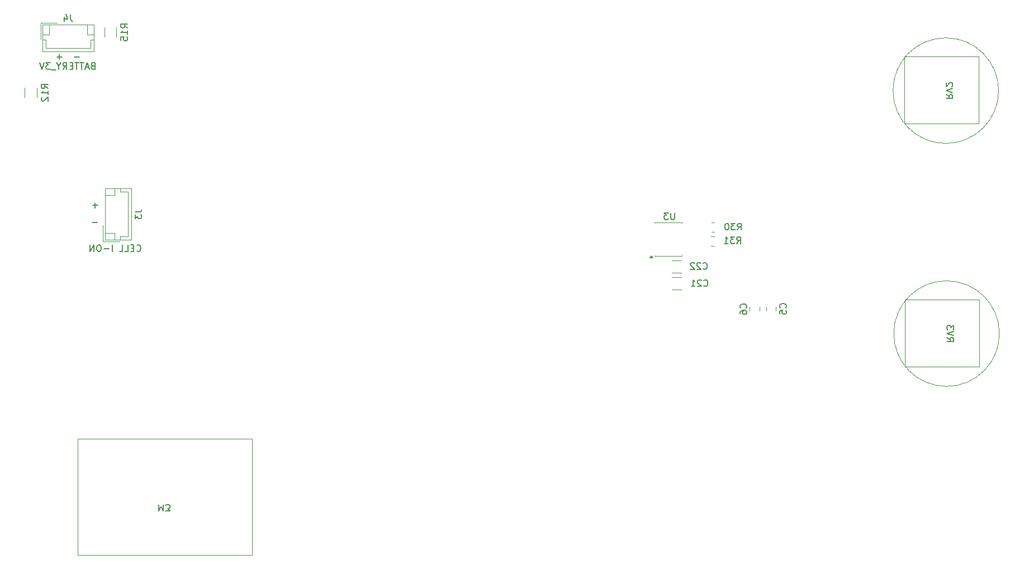
<source format=gbr>
%TF.GenerationSoftware,KiCad,Pcbnew,9.0.5*%
%TF.CreationDate,2025-10-21T17:57:33+02:00*%
%TF.ProjectId,TUNER_KT0936MB9,54554e45-525f-44b5-9430-3933364d4239,rev?*%
%TF.SameCoordinates,Original*%
%TF.FileFunction,Legend,Bot*%
%TF.FilePolarity,Positive*%
%FSLAX46Y46*%
G04 Gerber Fmt 4.6, Leading zero omitted, Abs format (unit mm)*
G04 Created by KiCad (PCBNEW 9.0.5) date 2025-10-21 17:57:33*
%MOMM*%
%LPD*%
G01*
G04 APERTURE LIST*
%ADD10C,0.200000*%
%ADD11C,0.150000*%
%ADD12C,0.120000*%
G04 APERTURE END LIST*
D10*
X68630326Y-68386266D02*
X67868422Y-68386266D01*
X68249374Y-68767219D02*
X68249374Y-68005314D01*
X74030326Y-90886266D02*
X73268422Y-90886266D01*
X73649374Y-91267219D02*
X73649374Y-90505314D01*
X71230326Y-68386266D02*
X70468422Y-68386266D01*
X73980326Y-93486266D02*
X73218422Y-93486266D01*
D11*
X202665180Y-110895238D02*
X203141371Y-111228571D01*
X202665180Y-111466666D02*
X203665180Y-111466666D01*
X203665180Y-111466666D02*
X203665180Y-111085714D01*
X203665180Y-111085714D02*
X203617561Y-110990476D01*
X203617561Y-110990476D02*
X203569942Y-110942857D01*
X203569942Y-110942857D02*
X203474704Y-110895238D01*
X203474704Y-110895238D02*
X203331847Y-110895238D01*
X203331847Y-110895238D02*
X203236609Y-110942857D01*
X203236609Y-110942857D02*
X203188990Y-110990476D01*
X203188990Y-110990476D02*
X203141371Y-111085714D01*
X203141371Y-111085714D02*
X203141371Y-111466666D01*
X203665180Y-110609523D02*
X202665180Y-110276190D01*
X202665180Y-110276190D02*
X203665180Y-109942857D01*
X203665180Y-109704761D02*
X203665180Y-109085714D01*
X203665180Y-109085714D02*
X203284228Y-109419047D01*
X203284228Y-109419047D02*
X203284228Y-109276190D01*
X203284228Y-109276190D02*
X203236609Y-109180952D01*
X203236609Y-109180952D02*
X203188990Y-109133333D01*
X203188990Y-109133333D02*
X203093752Y-109085714D01*
X203093752Y-109085714D02*
X202855657Y-109085714D01*
X202855657Y-109085714D02*
X202760419Y-109133333D01*
X202760419Y-109133333D02*
X202712800Y-109180952D01*
X202712800Y-109180952D02*
X202665180Y-109276190D01*
X202665180Y-109276190D02*
X202665180Y-109561904D01*
X202665180Y-109561904D02*
X202712800Y-109657142D01*
X202712800Y-109657142D02*
X202760419Y-109704761D01*
X66504819Y-73157142D02*
X66028628Y-72823809D01*
X66504819Y-72585714D02*
X65504819Y-72585714D01*
X65504819Y-72585714D02*
X65504819Y-72966666D01*
X65504819Y-72966666D02*
X65552438Y-73061904D01*
X65552438Y-73061904D02*
X65600057Y-73109523D01*
X65600057Y-73109523D02*
X65695295Y-73157142D01*
X65695295Y-73157142D02*
X65838152Y-73157142D01*
X65838152Y-73157142D02*
X65933390Y-73109523D01*
X65933390Y-73109523D02*
X65981009Y-73061904D01*
X65981009Y-73061904D02*
X66028628Y-72966666D01*
X66028628Y-72966666D02*
X66028628Y-72585714D01*
X66504819Y-74109523D02*
X66504819Y-73538095D01*
X66504819Y-73823809D02*
X65504819Y-73823809D01*
X65504819Y-73823809D02*
X65647676Y-73728571D01*
X65647676Y-73728571D02*
X65742914Y-73633333D01*
X65742914Y-73633333D02*
X65790533Y-73538095D01*
X65600057Y-74490476D02*
X65552438Y-74538095D01*
X65552438Y-74538095D02*
X65504819Y-74633333D01*
X65504819Y-74633333D02*
X65504819Y-74871428D01*
X65504819Y-74871428D02*
X65552438Y-74966666D01*
X65552438Y-74966666D02*
X65600057Y-75014285D01*
X65600057Y-75014285D02*
X65695295Y-75061904D01*
X65695295Y-75061904D02*
X65790533Y-75061904D01*
X65790533Y-75061904D02*
X65933390Y-75014285D01*
X65933390Y-75014285D02*
X66504819Y-74442857D01*
X66504819Y-74442857D02*
X66504819Y-75061904D01*
X69898790Y-61949257D02*
X69898790Y-62663542D01*
X69898790Y-62663542D02*
X69946409Y-62806399D01*
X69946409Y-62806399D02*
X70041647Y-62901638D01*
X70041647Y-62901638D02*
X70184504Y-62949257D01*
X70184504Y-62949257D02*
X70279742Y-62949257D01*
X68994028Y-62282590D02*
X68994028Y-62949257D01*
X69232123Y-61901638D02*
X69470218Y-62615923D01*
X69470218Y-62615923D02*
X68851171Y-62615923D01*
D10*
X73301171Y-69722847D02*
X73158314Y-69770466D01*
X73158314Y-69770466D02*
X73110695Y-69818085D01*
X73110695Y-69818085D02*
X73063076Y-69913323D01*
X73063076Y-69913323D02*
X73063076Y-70056180D01*
X73063076Y-70056180D02*
X73110695Y-70151418D01*
X73110695Y-70151418D02*
X73158314Y-70199038D01*
X73158314Y-70199038D02*
X73253552Y-70246657D01*
X73253552Y-70246657D02*
X73634504Y-70246657D01*
X73634504Y-70246657D02*
X73634504Y-69246657D01*
X73634504Y-69246657D02*
X73301171Y-69246657D01*
X73301171Y-69246657D02*
X73205933Y-69294276D01*
X73205933Y-69294276D02*
X73158314Y-69341895D01*
X73158314Y-69341895D02*
X73110695Y-69437133D01*
X73110695Y-69437133D02*
X73110695Y-69532371D01*
X73110695Y-69532371D02*
X73158314Y-69627609D01*
X73158314Y-69627609D02*
X73205933Y-69675228D01*
X73205933Y-69675228D02*
X73301171Y-69722847D01*
X73301171Y-69722847D02*
X73634504Y-69722847D01*
X72682123Y-69960942D02*
X72205933Y-69960942D01*
X72777361Y-70246657D02*
X72444028Y-69246657D01*
X72444028Y-69246657D02*
X72110695Y-70246657D01*
X71920218Y-69246657D02*
X71348790Y-69246657D01*
X71634504Y-70246657D02*
X71634504Y-69246657D01*
X71158313Y-69246657D02*
X70586885Y-69246657D01*
X70872599Y-70246657D02*
X70872599Y-69246657D01*
X70253551Y-69722847D02*
X69920218Y-69722847D01*
X69777361Y-70246657D02*
X70253551Y-70246657D01*
X70253551Y-70246657D02*
X70253551Y-69246657D01*
X70253551Y-69246657D02*
X69777361Y-69246657D01*
X68777361Y-70246657D02*
X69110694Y-69770466D01*
X69348789Y-70246657D02*
X69348789Y-69246657D01*
X69348789Y-69246657D02*
X68967837Y-69246657D01*
X68967837Y-69246657D02*
X68872599Y-69294276D01*
X68872599Y-69294276D02*
X68824980Y-69341895D01*
X68824980Y-69341895D02*
X68777361Y-69437133D01*
X68777361Y-69437133D02*
X68777361Y-69579990D01*
X68777361Y-69579990D02*
X68824980Y-69675228D01*
X68824980Y-69675228D02*
X68872599Y-69722847D01*
X68872599Y-69722847D02*
X68967837Y-69770466D01*
X68967837Y-69770466D02*
X69348789Y-69770466D01*
X68158313Y-69770466D02*
X68158313Y-70246657D01*
X68491646Y-69246657D02*
X68158313Y-69770466D01*
X68158313Y-69770466D02*
X67824980Y-69246657D01*
X67729742Y-70341895D02*
X66967837Y-70341895D01*
X66824979Y-69246657D02*
X66205932Y-69246657D01*
X66205932Y-69246657D02*
X66539265Y-69627609D01*
X66539265Y-69627609D02*
X66396408Y-69627609D01*
X66396408Y-69627609D02*
X66301170Y-69675228D01*
X66301170Y-69675228D02*
X66253551Y-69722847D01*
X66253551Y-69722847D02*
X66205932Y-69818085D01*
X66205932Y-69818085D02*
X66205932Y-70056180D01*
X66205932Y-70056180D02*
X66253551Y-70151418D01*
X66253551Y-70151418D02*
X66301170Y-70199038D01*
X66301170Y-70199038D02*
X66396408Y-70246657D01*
X66396408Y-70246657D02*
X66682122Y-70246657D01*
X66682122Y-70246657D02*
X66777360Y-70199038D01*
X66777360Y-70199038D02*
X66824979Y-70151418D01*
X65920217Y-69246657D02*
X65586884Y-70246657D01*
X65586884Y-70246657D02*
X65253551Y-69246657D01*
D11*
X78554819Y-64007142D02*
X78078628Y-63673809D01*
X78554819Y-63435714D02*
X77554819Y-63435714D01*
X77554819Y-63435714D02*
X77554819Y-63816666D01*
X77554819Y-63816666D02*
X77602438Y-63911904D01*
X77602438Y-63911904D02*
X77650057Y-63959523D01*
X77650057Y-63959523D02*
X77745295Y-64007142D01*
X77745295Y-64007142D02*
X77888152Y-64007142D01*
X77888152Y-64007142D02*
X77983390Y-63959523D01*
X77983390Y-63959523D02*
X78031009Y-63911904D01*
X78031009Y-63911904D02*
X78078628Y-63816666D01*
X78078628Y-63816666D02*
X78078628Y-63435714D01*
X78554819Y-64959523D02*
X78554819Y-64388095D01*
X78554819Y-64673809D02*
X77554819Y-64673809D01*
X77554819Y-64673809D02*
X77697676Y-64578571D01*
X77697676Y-64578571D02*
X77792914Y-64483333D01*
X77792914Y-64483333D02*
X77840533Y-64388095D01*
X77554819Y-65864285D02*
X77554819Y-65388095D01*
X77554819Y-65388095D02*
X78031009Y-65340476D01*
X78031009Y-65340476D02*
X77983390Y-65388095D01*
X77983390Y-65388095D02*
X77935771Y-65483333D01*
X77935771Y-65483333D02*
X77935771Y-65721428D01*
X77935771Y-65721428D02*
X77983390Y-65816666D01*
X77983390Y-65816666D02*
X78031009Y-65864285D01*
X78031009Y-65864285D02*
X78126247Y-65911904D01*
X78126247Y-65911904D02*
X78364342Y-65911904D01*
X78364342Y-65911904D02*
X78459580Y-65864285D01*
X78459580Y-65864285D02*
X78507200Y-65816666D01*
X78507200Y-65816666D02*
X78554819Y-65721428D01*
X78554819Y-65721428D02*
X78554819Y-65483333D01*
X78554819Y-65483333D02*
X78507200Y-65388095D01*
X78507200Y-65388095D02*
X78459580Y-65340476D01*
X202545180Y-74095238D02*
X203021371Y-74428571D01*
X202545180Y-74666666D02*
X203545180Y-74666666D01*
X203545180Y-74666666D02*
X203545180Y-74285714D01*
X203545180Y-74285714D02*
X203497561Y-74190476D01*
X203497561Y-74190476D02*
X203449942Y-74142857D01*
X203449942Y-74142857D02*
X203354704Y-74095238D01*
X203354704Y-74095238D02*
X203211847Y-74095238D01*
X203211847Y-74095238D02*
X203116609Y-74142857D01*
X203116609Y-74142857D02*
X203068990Y-74190476D01*
X203068990Y-74190476D02*
X203021371Y-74285714D01*
X203021371Y-74285714D02*
X203021371Y-74666666D01*
X203545180Y-73809523D02*
X202545180Y-73476190D01*
X202545180Y-73476190D02*
X203545180Y-73142857D01*
X203449942Y-72857142D02*
X203497561Y-72809523D01*
X203497561Y-72809523D02*
X203545180Y-72714285D01*
X203545180Y-72714285D02*
X203545180Y-72476190D01*
X203545180Y-72476190D02*
X203497561Y-72380952D01*
X203497561Y-72380952D02*
X203449942Y-72333333D01*
X203449942Y-72333333D02*
X203354704Y-72285714D01*
X203354704Y-72285714D02*
X203259466Y-72285714D01*
X203259466Y-72285714D02*
X203116609Y-72333333D01*
X203116609Y-72333333D02*
X202545180Y-72904761D01*
X202545180Y-72904761D02*
X202545180Y-72285714D01*
X172229580Y-106413333D02*
X172277200Y-106365714D01*
X172277200Y-106365714D02*
X172324819Y-106222857D01*
X172324819Y-106222857D02*
X172324819Y-106127619D01*
X172324819Y-106127619D02*
X172277200Y-105984762D01*
X172277200Y-105984762D02*
X172181961Y-105889524D01*
X172181961Y-105889524D02*
X172086723Y-105841905D01*
X172086723Y-105841905D02*
X171896247Y-105794286D01*
X171896247Y-105794286D02*
X171753390Y-105794286D01*
X171753390Y-105794286D02*
X171562914Y-105841905D01*
X171562914Y-105841905D02*
X171467676Y-105889524D01*
X171467676Y-105889524D02*
X171372438Y-105984762D01*
X171372438Y-105984762D02*
X171324819Y-106127619D01*
X171324819Y-106127619D02*
X171324819Y-106222857D01*
X171324819Y-106222857D02*
X171372438Y-106365714D01*
X171372438Y-106365714D02*
X171420057Y-106413333D01*
X171324819Y-107270476D02*
X171324819Y-107080000D01*
X171324819Y-107080000D02*
X171372438Y-106984762D01*
X171372438Y-106984762D02*
X171420057Y-106937143D01*
X171420057Y-106937143D02*
X171562914Y-106841905D01*
X171562914Y-106841905D02*
X171753390Y-106794286D01*
X171753390Y-106794286D02*
X172134342Y-106794286D01*
X172134342Y-106794286D02*
X172229580Y-106841905D01*
X172229580Y-106841905D02*
X172277200Y-106889524D01*
X172277200Y-106889524D02*
X172324819Y-106984762D01*
X172324819Y-106984762D02*
X172324819Y-107175238D01*
X172324819Y-107175238D02*
X172277200Y-107270476D01*
X172277200Y-107270476D02*
X172229580Y-107318095D01*
X172229580Y-107318095D02*
X172134342Y-107365714D01*
X172134342Y-107365714D02*
X171896247Y-107365714D01*
X171896247Y-107365714D02*
X171801009Y-107318095D01*
X171801009Y-107318095D02*
X171753390Y-107270476D01*
X171753390Y-107270476D02*
X171705771Y-107175238D01*
X171705771Y-107175238D02*
X171705771Y-106984762D01*
X171705771Y-106984762D02*
X171753390Y-106889524D01*
X171753390Y-106889524D02*
X171801009Y-106841905D01*
X171801009Y-106841905D02*
X171896247Y-106794286D01*
X178239580Y-106383333D02*
X178287200Y-106335714D01*
X178287200Y-106335714D02*
X178334819Y-106192857D01*
X178334819Y-106192857D02*
X178334819Y-106097619D01*
X178334819Y-106097619D02*
X178287200Y-105954762D01*
X178287200Y-105954762D02*
X178191961Y-105859524D01*
X178191961Y-105859524D02*
X178096723Y-105811905D01*
X178096723Y-105811905D02*
X177906247Y-105764286D01*
X177906247Y-105764286D02*
X177763390Y-105764286D01*
X177763390Y-105764286D02*
X177572914Y-105811905D01*
X177572914Y-105811905D02*
X177477676Y-105859524D01*
X177477676Y-105859524D02*
X177382438Y-105954762D01*
X177382438Y-105954762D02*
X177334819Y-106097619D01*
X177334819Y-106097619D02*
X177334819Y-106192857D01*
X177334819Y-106192857D02*
X177382438Y-106335714D01*
X177382438Y-106335714D02*
X177430057Y-106383333D01*
X177334819Y-107288095D02*
X177334819Y-106811905D01*
X177334819Y-106811905D02*
X177811009Y-106764286D01*
X177811009Y-106764286D02*
X177763390Y-106811905D01*
X177763390Y-106811905D02*
X177715771Y-106907143D01*
X177715771Y-106907143D02*
X177715771Y-107145238D01*
X177715771Y-107145238D02*
X177763390Y-107240476D01*
X177763390Y-107240476D02*
X177811009Y-107288095D01*
X177811009Y-107288095D02*
X177906247Y-107335714D01*
X177906247Y-107335714D02*
X178144342Y-107335714D01*
X178144342Y-107335714D02*
X178239580Y-107288095D01*
X178239580Y-107288095D02*
X178287200Y-107240476D01*
X178287200Y-107240476D02*
X178334819Y-107145238D01*
X178334819Y-107145238D02*
X178334819Y-106907143D01*
X178334819Y-106907143D02*
X178287200Y-106811905D01*
X178287200Y-106811905D02*
X178239580Y-106764286D01*
X170842857Y-96654819D02*
X171176190Y-96178628D01*
X171414285Y-96654819D02*
X171414285Y-95654819D01*
X171414285Y-95654819D02*
X171033333Y-95654819D01*
X171033333Y-95654819D02*
X170938095Y-95702438D01*
X170938095Y-95702438D02*
X170890476Y-95750057D01*
X170890476Y-95750057D02*
X170842857Y-95845295D01*
X170842857Y-95845295D02*
X170842857Y-95988152D01*
X170842857Y-95988152D02*
X170890476Y-96083390D01*
X170890476Y-96083390D02*
X170938095Y-96131009D01*
X170938095Y-96131009D02*
X171033333Y-96178628D01*
X171033333Y-96178628D02*
X171414285Y-96178628D01*
X170509523Y-95654819D02*
X169890476Y-95654819D01*
X169890476Y-95654819D02*
X170223809Y-96035771D01*
X170223809Y-96035771D02*
X170080952Y-96035771D01*
X170080952Y-96035771D02*
X169985714Y-96083390D01*
X169985714Y-96083390D02*
X169938095Y-96131009D01*
X169938095Y-96131009D02*
X169890476Y-96226247D01*
X169890476Y-96226247D02*
X169890476Y-96464342D01*
X169890476Y-96464342D02*
X169938095Y-96559580D01*
X169938095Y-96559580D02*
X169985714Y-96607200D01*
X169985714Y-96607200D02*
X170080952Y-96654819D01*
X170080952Y-96654819D02*
X170366666Y-96654819D01*
X170366666Y-96654819D02*
X170461904Y-96607200D01*
X170461904Y-96607200D02*
X170509523Y-96559580D01*
X168938095Y-96654819D02*
X169509523Y-96654819D01*
X169223809Y-96654819D02*
X169223809Y-95654819D01*
X169223809Y-95654819D02*
X169319047Y-95797676D01*
X169319047Y-95797676D02*
X169414285Y-95892914D01*
X169414285Y-95892914D02*
X169509523Y-95940533D01*
X79689819Y-91866666D02*
X80404104Y-91866666D01*
X80404104Y-91866666D02*
X80546961Y-91819047D01*
X80546961Y-91819047D02*
X80642200Y-91723809D01*
X80642200Y-91723809D02*
X80689819Y-91580952D01*
X80689819Y-91580952D02*
X80689819Y-91485714D01*
X79689819Y-92247619D02*
X79689819Y-92866666D01*
X79689819Y-92866666D02*
X80070771Y-92533333D01*
X80070771Y-92533333D02*
X80070771Y-92676190D01*
X80070771Y-92676190D02*
X80118390Y-92771428D01*
X80118390Y-92771428D02*
X80166009Y-92819047D01*
X80166009Y-92819047D02*
X80261247Y-92866666D01*
X80261247Y-92866666D02*
X80499342Y-92866666D01*
X80499342Y-92866666D02*
X80594580Y-92819047D01*
X80594580Y-92819047D02*
X80642200Y-92771428D01*
X80642200Y-92771428D02*
X80689819Y-92676190D01*
X80689819Y-92676190D02*
X80689819Y-92390476D01*
X80689819Y-92390476D02*
X80642200Y-92295238D01*
X80642200Y-92295238D02*
X80594580Y-92247619D01*
D10*
X79938095Y-97756980D02*
X79985714Y-97804600D01*
X79985714Y-97804600D02*
X80128571Y-97852219D01*
X80128571Y-97852219D02*
X80223809Y-97852219D01*
X80223809Y-97852219D02*
X80366666Y-97804600D01*
X80366666Y-97804600D02*
X80461904Y-97709361D01*
X80461904Y-97709361D02*
X80509523Y-97614123D01*
X80509523Y-97614123D02*
X80557142Y-97423647D01*
X80557142Y-97423647D02*
X80557142Y-97280790D01*
X80557142Y-97280790D02*
X80509523Y-97090314D01*
X80509523Y-97090314D02*
X80461904Y-96995076D01*
X80461904Y-96995076D02*
X80366666Y-96899838D01*
X80366666Y-96899838D02*
X80223809Y-96852219D01*
X80223809Y-96852219D02*
X80128571Y-96852219D01*
X80128571Y-96852219D02*
X79985714Y-96899838D01*
X79985714Y-96899838D02*
X79938095Y-96947457D01*
X79509523Y-97328409D02*
X79176190Y-97328409D01*
X79033333Y-97852219D02*
X79509523Y-97852219D01*
X79509523Y-97852219D02*
X79509523Y-96852219D01*
X79509523Y-96852219D02*
X79033333Y-96852219D01*
X78128571Y-97852219D02*
X78604761Y-97852219D01*
X78604761Y-97852219D02*
X78604761Y-96852219D01*
X77319047Y-97852219D02*
X77795237Y-97852219D01*
X77795237Y-97852219D02*
X77795237Y-96852219D01*
X76223808Y-97852219D02*
X76223808Y-96852219D01*
X75747618Y-97471266D02*
X74985714Y-97471266D01*
X74319047Y-96852219D02*
X74128571Y-96852219D01*
X74128571Y-96852219D02*
X74033333Y-96899838D01*
X74033333Y-96899838D02*
X73938095Y-96995076D01*
X73938095Y-96995076D02*
X73890476Y-97185552D01*
X73890476Y-97185552D02*
X73890476Y-97518885D01*
X73890476Y-97518885D02*
X73938095Y-97709361D01*
X73938095Y-97709361D02*
X74033333Y-97804600D01*
X74033333Y-97804600D02*
X74128571Y-97852219D01*
X74128571Y-97852219D02*
X74319047Y-97852219D01*
X74319047Y-97852219D02*
X74414285Y-97804600D01*
X74414285Y-97804600D02*
X74509523Y-97709361D01*
X74509523Y-97709361D02*
X74557142Y-97518885D01*
X74557142Y-97518885D02*
X74557142Y-97185552D01*
X74557142Y-97185552D02*
X74509523Y-96995076D01*
X74509523Y-96995076D02*
X74414285Y-96899838D01*
X74414285Y-96899838D02*
X74319047Y-96852219D01*
X73461904Y-97852219D02*
X73461904Y-96852219D01*
X73461904Y-96852219D02*
X72890476Y-97852219D01*
X72890476Y-97852219D02*
X72890476Y-96852219D01*
D11*
X83290476Y-136195180D02*
X83290476Y-137195180D01*
X83290476Y-137195180D02*
X83623809Y-136480895D01*
X83623809Y-136480895D02*
X83957142Y-137195180D01*
X83957142Y-137195180D02*
X83957142Y-136195180D01*
X84338095Y-137195180D02*
X84957142Y-137195180D01*
X84957142Y-137195180D02*
X84623809Y-136814228D01*
X84623809Y-136814228D02*
X84766666Y-136814228D01*
X84766666Y-136814228D02*
X84861904Y-136766609D01*
X84861904Y-136766609D02*
X84909523Y-136718990D01*
X84909523Y-136718990D02*
X84957142Y-136623752D01*
X84957142Y-136623752D02*
X84957142Y-136385657D01*
X84957142Y-136385657D02*
X84909523Y-136290419D01*
X84909523Y-136290419D02*
X84861904Y-136242800D01*
X84861904Y-136242800D02*
X84766666Y-136195180D01*
X84766666Y-136195180D02*
X84480952Y-136195180D01*
X84480952Y-136195180D02*
X84385714Y-136242800D01*
X84385714Y-136242800D02*
X84338095Y-136290419D01*
X161411904Y-92004819D02*
X161411904Y-92814342D01*
X161411904Y-92814342D02*
X161364285Y-92909580D01*
X161364285Y-92909580D02*
X161316666Y-92957200D01*
X161316666Y-92957200D02*
X161221428Y-93004819D01*
X161221428Y-93004819D02*
X161030952Y-93004819D01*
X161030952Y-93004819D02*
X160935714Y-92957200D01*
X160935714Y-92957200D02*
X160888095Y-92909580D01*
X160888095Y-92909580D02*
X160840476Y-92814342D01*
X160840476Y-92814342D02*
X160840476Y-92004819D01*
X160459523Y-92004819D02*
X159840476Y-92004819D01*
X159840476Y-92004819D02*
X160173809Y-92385771D01*
X160173809Y-92385771D02*
X160030952Y-92385771D01*
X160030952Y-92385771D02*
X159935714Y-92433390D01*
X159935714Y-92433390D02*
X159888095Y-92481009D01*
X159888095Y-92481009D02*
X159840476Y-92576247D01*
X159840476Y-92576247D02*
X159840476Y-92814342D01*
X159840476Y-92814342D02*
X159888095Y-92909580D01*
X159888095Y-92909580D02*
X159935714Y-92957200D01*
X159935714Y-92957200D02*
X160030952Y-93004819D01*
X160030952Y-93004819D02*
X160316666Y-93004819D01*
X160316666Y-93004819D02*
X160411904Y-92957200D01*
X160411904Y-92957200D02*
X160459523Y-92909580D01*
X170942857Y-94604819D02*
X171276190Y-94128628D01*
X171514285Y-94604819D02*
X171514285Y-93604819D01*
X171514285Y-93604819D02*
X171133333Y-93604819D01*
X171133333Y-93604819D02*
X171038095Y-93652438D01*
X171038095Y-93652438D02*
X170990476Y-93700057D01*
X170990476Y-93700057D02*
X170942857Y-93795295D01*
X170942857Y-93795295D02*
X170942857Y-93938152D01*
X170942857Y-93938152D02*
X170990476Y-94033390D01*
X170990476Y-94033390D02*
X171038095Y-94081009D01*
X171038095Y-94081009D02*
X171133333Y-94128628D01*
X171133333Y-94128628D02*
X171514285Y-94128628D01*
X170609523Y-93604819D02*
X169990476Y-93604819D01*
X169990476Y-93604819D02*
X170323809Y-93985771D01*
X170323809Y-93985771D02*
X170180952Y-93985771D01*
X170180952Y-93985771D02*
X170085714Y-94033390D01*
X170085714Y-94033390D02*
X170038095Y-94081009D01*
X170038095Y-94081009D02*
X169990476Y-94176247D01*
X169990476Y-94176247D02*
X169990476Y-94414342D01*
X169990476Y-94414342D02*
X170038095Y-94509580D01*
X170038095Y-94509580D02*
X170085714Y-94557200D01*
X170085714Y-94557200D02*
X170180952Y-94604819D01*
X170180952Y-94604819D02*
X170466666Y-94604819D01*
X170466666Y-94604819D02*
X170561904Y-94557200D01*
X170561904Y-94557200D02*
X170609523Y-94509580D01*
X169371428Y-93604819D02*
X169276190Y-93604819D01*
X169276190Y-93604819D02*
X169180952Y-93652438D01*
X169180952Y-93652438D02*
X169133333Y-93700057D01*
X169133333Y-93700057D02*
X169085714Y-93795295D01*
X169085714Y-93795295D02*
X169038095Y-93985771D01*
X169038095Y-93985771D02*
X169038095Y-94223866D01*
X169038095Y-94223866D02*
X169085714Y-94414342D01*
X169085714Y-94414342D02*
X169133333Y-94509580D01*
X169133333Y-94509580D02*
X169180952Y-94557200D01*
X169180952Y-94557200D02*
X169276190Y-94604819D01*
X169276190Y-94604819D02*
X169371428Y-94604819D01*
X169371428Y-94604819D02*
X169466666Y-94557200D01*
X169466666Y-94557200D02*
X169514285Y-94509580D01*
X169514285Y-94509580D02*
X169561904Y-94414342D01*
X169561904Y-94414342D02*
X169609523Y-94223866D01*
X169609523Y-94223866D02*
X169609523Y-93985771D01*
X169609523Y-93985771D02*
X169561904Y-93795295D01*
X169561904Y-93795295D02*
X169514285Y-93700057D01*
X169514285Y-93700057D02*
X169466666Y-93652438D01*
X169466666Y-93652438D02*
X169371428Y-93604819D01*
X165742857Y-100459580D02*
X165790476Y-100507200D01*
X165790476Y-100507200D02*
X165933333Y-100554819D01*
X165933333Y-100554819D02*
X166028571Y-100554819D01*
X166028571Y-100554819D02*
X166171428Y-100507200D01*
X166171428Y-100507200D02*
X166266666Y-100411961D01*
X166266666Y-100411961D02*
X166314285Y-100316723D01*
X166314285Y-100316723D02*
X166361904Y-100126247D01*
X166361904Y-100126247D02*
X166361904Y-99983390D01*
X166361904Y-99983390D02*
X166314285Y-99792914D01*
X166314285Y-99792914D02*
X166266666Y-99697676D01*
X166266666Y-99697676D02*
X166171428Y-99602438D01*
X166171428Y-99602438D02*
X166028571Y-99554819D01*
X166028571Y-99554819D02*
X165933333Y-99554819D01*
X165933333Y-99554819D02*
X165790476Y-99602438D01*
X165790476Y-99602438D02*
X165742857Y-99650057D01*
X165361904Y-99650057D02*
X165314285Y-99602438D01*
X165314285Y-99602438D02*
X165219047Y-99554819D01*
X165219047Y-99554819D02*
X164980952Y-99554819D01*
X164980952Y-99554819D02*
X164885714Y-99602438D01*
X164885714Y-99602438D02*
X164838095Y-99650057D01*
X164838095Y-99650057D02*
X164790476Y-99745295D01*
X164790476Y-99745295D02*
X164790476Y-99840533D01*
X164790476Y-99840533D02*
X164838095Y-99983390D01*
X164838095Y-99983390D02*
X165409523Y-100554819D01*
X165409523Y-100554819D02*
X164790476Y-100554819D01*
X164409523Y-99650057D02*
X164361904Y-99602438D01*
X164361904Y-99602438D02*
X164266666Y-99554819D01*
X164266666Y-99554819D02*
X164028571Y-99554819D01*
X164028571Y-99554819D02*
X163933333Y-99602438D01*
X163933333Y-99602438D02*
X163885714Y-99650057D01*
X163885714Y-99650057D02*
X163838095Y-99745295D01*
X163838095Y-99745295D02*
X163838095Y-99840533D01*
X163838095Y-99840533D02*
X163885714Y-99983390D01*
X163885714Y-99983390D02*
X164457142Y-100554819D01*
X164457142Y-100554819D02*
X163838095Y-100554819D01*
X165842857Y-103059580D02*
X165890476Y-103107200D01*
X165890476Y-103107200D02*
X166033333Y-103154819D01*
X166033333Y-103154819D02*
X166128571Y-103154819D01*
X166128571Y-103154819D02*
X166271428Y-103107200D01*
X166271428Y-103107200D02*
X166366666Y-103011961D01*
X166366666Y-103011961D02*
X166414285Y-102916723D01*
X166414285Y-102916723D02*
X166461904Y-102726247D01*
X166461904Y-102726247D02*
X166461904Y-102583390D01*
X166461904Y-102583390D02*
X166414285Y-102392914D01*
X166414285Y-102392914D02*
X166366666Y-102297676D01*
X166366666Y-102297676D02*
X166271428Y-102202438D01*
X166271428Y-102202438D02*
X166128571Y-102154819D01*
X166128571Y-102154819D02*
X166033333Y-102154819D01*
X166033333Y-102154819D02*
X165890476Y-102202438D01*
X165890476Y-102202438D02*
X165842857Y-102250057D01*
X165461904Y-102250057D02*
X165414285Y-102202438D01*
X165414285Y-102202438D02*
X165319047Y-102154819D01*
X165319047Y-102154819D02*
X165080952Y-102154819D01*
X165080952Y-102154819D02*
X164985714Y-102202438D01*
X164985714Y-102202438D02*
X164938095Y-102250057D01*
X164938095Y-102250057D02*
X164890476Y-102345295D01*
X164890476Y-102345295D02*
X164890476Y-102440533D01*
X164890476Y-102440533D02*
X164938095Y-102583390D01*
X164938095Y-102583390D02*
X165509523Y-103154819D01*
X165509523Y-103154819D02*
X164890476Y-103154819D01*
X163938095Y-103154819D02*
X164509523Y-103154819D01*
X164223809Y-103154819D02*
X164223809Y-102154819D01*
X164223809Y-102154819D02*
X164319047Y-102297676D01*
X164319047Y-102297676D02*
X164414285Y-102392914D01*
X164414285Y-102392914D02*
X164509523Y-102440533D01*
%TO.C,RV3*%
D12*
X207610000Y-115290000D02*
X196340000Y-115290000D01*
X196340000Y-105140000D01*
X207610000Y-105140000D01*
X207610000Y-115290000D01*
X210620000Y-110300000D02*
G75*
G02*
X194620000Y-110300000I-8000000J0D01*
G01*
X194620000Y-110300000D02*
G75*
G02*
X210620000Y-110300000I8000000J0D01*
G01*
%TO.C,R12*%
X62990000Y-74527064D02*
X62990000Y-73072936D01*
X64810000Y-74527064D02*
X64810000Y-73072936D01*
%TO.C,J4*%
X65405457Y-63214438D02*
X67905457Y-63214438D01*
X65405457Y-65714438D02*
X65405457Y-63214438D01*
X65705457Y-63514438D02*
X73425457Y-63514438D01*
X65705457Y-65014438D02*
X66705457Y-65014438D01*
X65705457Y-65824438D02*
X66205457Y-65824438D01*
X65705457Y-67534438D02*
X65705457Y-63514438D01*
X66205457Y-65824438D02*
X66205457Y-67034438D01*
X66205457Y-67034438D02*
X72925457Y-67034438D01*
X66705457Y-65014438D02*
X66705457Y-63514438D01*
X72425457Y-65014438D02*
X72425457Y-63514438D01*
X72925457Y-65824438D02*
X73425457Y-65824438D01*
X72925457Y-67034438D02*
X72925457Y-65824438D01*
X73425457Y-63514438D02*
X73425457Y-67534438D01*
X73425457Y-65014438D02*
X72425457Y-65014438D01*
X73425457Y-67534438D02*
X65705457Y-67534438D01*
%TO.C,R15*%
X75040000Y-63922936D02*
X75040000Y-65377064D01*
X76860000Y-63922936D02*
X76860000Y-65377064D01*
%TO.C,RV2*%
X207490000Y-78490000D02*
X196220000Y-78490000D01*
X196220000Y-68340000D01*
X207490000Y-68340000D01*
X207490000Y-78490000D01*
X210500000Y-73500000D02*
G75*
G02*
X194500000Y-73500000I-8000000J0D01*
G01*
X194500000Y-73500000D02*
G75*
G02*
X210500000Y-73500000I8000000J0D01*
G01*
%TO.C,C6*%
X172815000Y-106288748D02*
X172815000Y-106811252D01*
X174285000Y-106288748D02*
X174285000Y-106811252D01*
%TO.C,C5*%
X175315000Y-106288748D02*
X175315000Y-106811252D01*
X176785000Y-106288748D02*
X176785000Y-106811252D01*
%TO.C,R31*%
X166972936Y-95560000D02*
X167427064Y-95560000D01*
X166972936Y-97030000D02*
X167427064Y-97030000D01*
%TO.C,J3*%
X74825000Y-96360000D02*
X74825000Y-93860000D01*
X75125000Y-88340000D02*
X79145000Y-88340000D01*
X75125000Y-96060000D02*
X75125000Y-88340000D01*
X76625000Y-88340000D02*
X76625000Y-89340000D01*
X76625000Y-89340000D02*
X75125000Y-89340000D01*
X76625000Y-95060000D02*
X75125000Y-95060000D01*
X76625000Y-96060000D02*
X76625000Y-95060000D01*
X77325000Y-96360000D02*
X74825000Y-96360000D01*
X77435000Y-88840000D02*
X77435000Y-88340000D01*
X77435000Y-95560000D02*
X78645000Y-95560000D01*
X77435000Y-96060000D02*
X77435000Y-95560000D01*
X78645000Y-88840000D02*
X77435000Y-88840000D01*
X78645000Y-95560000D02*
X78645000Y-88840000D01*
X79145000Y-88340000D02*
X79145000Y-96060000D01*
X79145000Y-96060000D02*
X75125000Y-96060000D01*
%TO.C,M3*%
X71000000Y-143850000D02*
X97400000Y-143850000D01*
X97400000Y-126250000D01*
X71000000Y-126250000D01*
X71000000Y-143850000D01*
%TO.C,U3*%
X158390000Y-93440000D02*
X158390000Y-93535000D01*
X158390000Y-98465000D02*
X158390000Y-98560000D01*
X158390000Y-98560000D02*
X162510000Y-98560000D01*
X162510000Y-93440000D02*
X158390000Y-93440000D01*
X162510000Y-93535000D02*
X162510000Y-93440000D01*
X162510000Y-98560000D02*
X162510000Y-98465000D01*
X158090000Y-98800000D02*
X157610000Y-98800000D01*
X157850000Y-98470000D01*
X158090000Y-98800000D01*
G36*
X158090000Y-98800000D02*
G01*
X157610000Y-98800000D01*
X157850000Y-98470000D01*
X158090000Y-98800000D01*
G37*
%TO.C,R30*%
X167002936Y-93430000D02*
X167457064Y-93430000D01*
X167002936Y-94900000D02*
X167457064Y-94900000D01*
%TO.C,C22*%
X162421252Y-99245000D02*
X160998748Y-99245000D01*
X162421252Y-101065000D02*
X160998748Y-101065000D01*
%TO.C,C21*%
X162411252Y-101790000D02*
X160988748Y-101790000D01*
X162411252Y-103610000D02*
X160988748Y-103610000D01*
%TD*%
M02*

</source>
